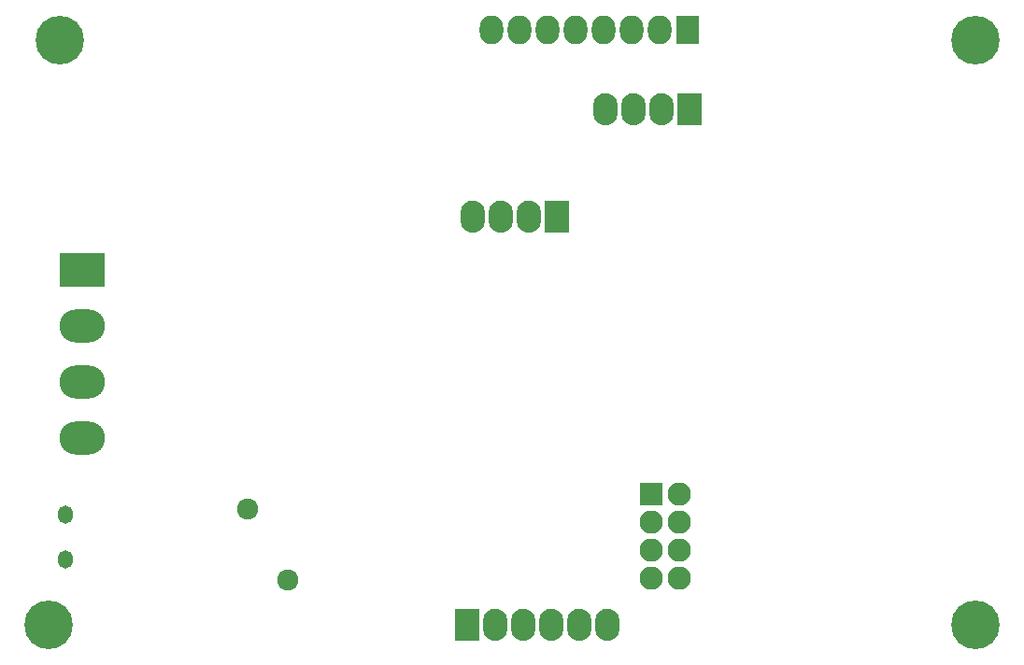
<source format=gbs>
G04 #@! TF.FileFunction,Soldermask,Bot*
%FSLAX46Y46*%
G04 Gerber Fmt 4.6, Leading zero omitted, Abs format (unit mm)*
G04 Created by KiCad (PCBNEW 4.0.6) date 01/12/18 15:18:15*
%MOMM*%
%LPD*%
G01*
G04 APERTURE LIST*
%ADD10C,0.100000*%
%ADD11C,4.400000*%
%ADD12C,1.924000*%
%ADD13O,4.124000X3.024000*%
%ADD14R,4.124000X3.024000*%
%ADD15R,2.224000X2.924000*%
%ADD16O,2.224000X2.924000*%
%ADD17O,1.350000X1.650000*%
%ADD18R,2.124000X2.624000*%
%ADD19O,2.124000X2.624000*%
%ADD20R,2.124000X2.124000*%
%ADD21C,2.124000*%
G04 APERTURE END LIST*
D10*
D11*
X93000000Y-127000000D03*
X177000000Y-127000000D03*
X94000000Y-74000000D03*
D12*
X111000000Y-116500000D03*
X114700000Y-122908588D03*
D13*
X96000000Y-110080000D03*
X96000000Y-105000000D03*
X96000000Y-99920000D03*
D14*
X96000000Y-94840000D03*
D15*
X130920000Y-127000000D03*
D16*
X133460000Y-127000000D03*
X136000000Y-127000000D03*
X138540000Y-127000000D03*
X141080000Y-127000000D03*
X143620000Y-127000000D03*
D17*
X94500000Y-117000000D03*
X94500000Y-121100000D03*
D15*
X139030000Y-90030000D03*
D16*
X136490000Y-90030000D03*
X133950000Y-90030000D03*
X131410000Y-90030000D03*
D18*
X150880000Y-73080000D03*
D19*
X148340000Y-73080000D03*
X145800000Y-73080000D03*
X143260000Y-73080000D03*
X140720000Y-73080000D03*
X138180000Y-73080000D03*
X135640000Y-73080000D03*
X133100000Y-73080000D03*
D15*
X151090000Y-80270000D03*
D16*
X148550000Y-80270000D03*
X146010000Y-80270000D03*
X143470000Y-80270000D03*
D20*
X147620000Y-115140000D03*
D21*
X150160000Y-115140000D03*
X147620000Y-117680000D03*
X150160000Y-117680000D03*
X147620000Y-120220000D03*
X150160000Y-120220000D03*
X147620000Y-122760000D03*
X150160000Y-122760000D03*
D11*
X177000000Y-74000000D03*
M02*

</source>
